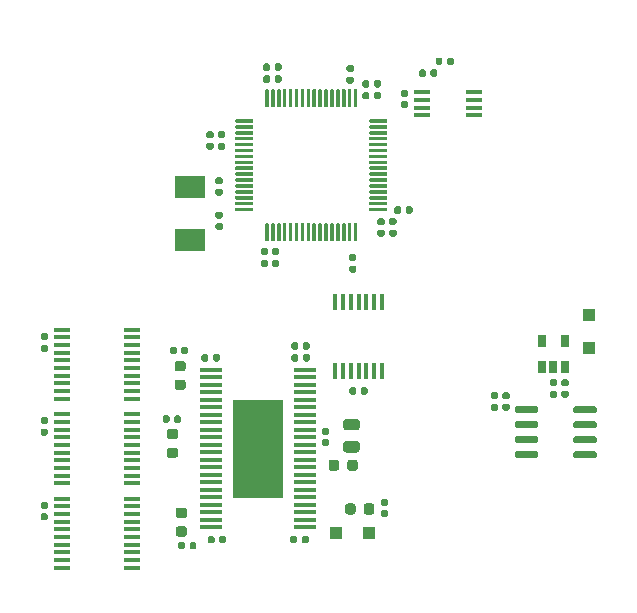
<source format=gbr>
G04 #@! TF.GenerationSoftware,KiCad,Pcbnew,5.99.0-unknown-dd374e12a~102~ubuntu20.04.1*
G04 #@! TF.CreationDate,2020-12-05T09:27:28-08:00*
G04 #@! TF.ProjectId,BLDC,424c4443-2e6b-4696-9361-645f70636258,rev?*
G04 #@! TF.SameCoordinates,Original*
G04 #@! TF.FileFunction,Paste,Bot*
G04 #@! TF.FilePolarity,Positive*
%FSLAX46Y46*%
G04 Gerber Fmt 4.6, Leading zero omitted, Abs format (unit mm)*
G04 Created by KiCad (PCBNEW 5.99.0-unknown-dd374e12a~102~ubuntu20.04.1) date 2020-12-05 09:27:28*
%MOMM*%
%LPD*%
G01*
G04 APERTURE LIST*
%ADD10R,0.650000X1.060000*%
%ADD11R,0.450000X1.450000*%
%ADD12R,1.900000X0.300000*%
%ADD13R,4.300000X8.300000*%
%ADD14R,1.450000X0.450000*%
%ADD15R,1.100000X1.100000*%
%ADD16R,2.600000X1.900000*%
G04 APERTURE END LIST*
G36*
G01*
X164827500Y-108620000D02*
X165172500Y-108620000D01*
G75*
G02*
X165320000Y-108767500I0J-147500D01*
G01*
X165320000Y-109062500D01*
G75*
G02*
X165172500Y-109210000I-147500J0D01*
G01*
X164827500Y-109210000D01*
G75*
G02*
X164680000Y-109062500I0J147500D01*
G01*
X164680000Y-108767500D01*
G75*
G02*
X164827500Y-108620000I147500J0D01*
G01*
G37*
G36*
G01*
X164827500Y-109590000D02*
X165172500Y-109590000D01*
G75*
G02*
X165320000Y-109737500I0J-147500D01*
G01*
X165320000Y-110032500D01*
G75*
G02*
X165172500Y-110180000I-147500J0D01*
G01*
X164827500Y-110180000D01*
G75*
G02*
X164680000Y-110032500I0J147500D01*
G01*
X164680000Y-109737500D01*
G75*
G02*
X164827500Y-109590000I147500J0D01*
G01*
G37*
G36*
G01*
X166172500Y-110180000D02*
X165827500Y-110180000D01*
G75*
G02*
X165680000Y-110032500I0J147500D01*
G01*
X165680000Y-109737500D01*
G75*
G02*
X165827500Y-109590000I147500J0D01*
G01*
X166172500Y-109590000D01*
G75*
G02*
X166320000Y-109737500I0J-147500D01*
G01*
X166320000Y-110032500D01*
G75*
G02*
X166172500Y-110180000I-147500J0D01*
G01*
G37*
G36*
G01*
X166172500Y-109210000D02*
X165827500Y-109210000D01*
G75*
G02*
X165680000Y-109062500I0J147500D01*
G01*
X165680000Y-108767500D01*
G75*
G02*
X165827500Y-108620000I147500J0D01*
G01*
X166172500Y-108620000D01*
G75*
G02*
X166320000Y-108767500I0J-147500D01*
G01*
X166320000Y-109062500D01*
G75*
G02*
X166172500Y-109210000I-147500J0D01*
G01*
G37*
G36*
G01*
X151572500Y-96530000D02*
X151227500Y-96530000D01*
G75*
G02*
X151080000Y-96382500I0J147500D01*
G01*
X151080000Y-96087500D01*
G75*
G02*
X151227500Y-95940000I147500J0D01*
G01*
X151572500Y-95940000D01*
G75*
G02*
X151720000Y-96087500I0J-147500D01*
G01*
X151720000Y-96382500D01*
G75*
G02*
X151572500Y-96530000I-147500J0D01*
G01*
G37*
G36*
G01*
X151572500Y-95560000D02*
X151227500Y-95560000D01*
G75*
G02*
X151080000Y-95412500I0J147500D01*
G01*
X151080000Y-95117500D01*
G75*
G02*
X151227500Y-94970000I147500J0D01*
G01*
X151572500Y-94970000D01*
G75*
G02*
X151720000Y-95117500I0J-147500D01*
G01*
X151720000Y-95412500D01*
G75*
G02*
X151572500Y-95560000I-147500J0D01*
G01*
G37*
D10*
X165950000Y-107600000D03*
X165000000Y-107600000D03*
X164050000Y-107600000D03*
X164050000Y-105400000D03*
X165950000Y-105400000D03*
D11*
X146550000Y-102050000D03*
X147200000Y-102050000D03*
X147850000Y-102050000D03*
X148500000Y-102050000D03*
X149150000Y-102050000D03*
X149800000Y-102050000D03*
X150450000Y-102050000D03*
X150450000Y-107950000D03*
X149800000Y-107950000D03*
X149150000Y-107950000D03*
X148500000Y-107950000D03*
X147850000Y-107950000D03*
X147200000Y-107950000D03*
X146550000Y-107950000D03*
G36*
G01*
X132520000Y-106372500D02*
X132520000Y-106027500D01*
G75*
G02*
X132667500Y-105880000I147500J0D01*
G01*
X132962500Y-105880000D01*
G75*
G02*
X133110000Y-106027500I0J-147500D01*
G01*
X133110000Y-106372500D01*
G75*
G02*
X132962500Y-106520000I-147500J0D01*
G01*
X132667500Y-106520000D01*
G75*
G02*
X132520000Y-106372500I0J147500D01*
G01*
G37*
G36*
G01*
X133490000Y-106372500D02*
X133490000Y-106027500D01*
G75*
G02*
X133637500Y-105880000I147500J0D01*
G01*
X133932500Y-105880000D01*
G75*
G02*
X134080000Y-106027500I0J-147500D01*
G01*
X134080000Y-106372500D01*
G75*
G02*
X133932500Y-106520000I-147500J0D01*
G01*
X133637500Y-106520000D01*
G75*
G02*
X133490000Y-106372500I0J147500D01*
G01*
G37*
G36*
G01*
X133756250Y-121937500D02*
X133243750Y-121937500D01*
G75*
G02*
X133025000Y-121718750I0J218750D01*
G01*
X133025000Y-121281250D01*
G75*
G02*
X133243750Y-121062500I218750J0D01*
G01*
X133756250Y-121062500D01*
G75*
G02*
X133975000Y-121281250I0J-218750D01*
G01*
X133975000Y-121718750D01*
G75*
G02*
X133756250Y-121937500I-218750J0D01*
G01*
G37*
G36*
G01*
X133756250Y-120362500D02*
X133243750Y-120362500D01*
G75*
G02*
X133025000Y-120143750I0J218750D01*
G01*
X133025000Y-119706250D01*
G75*
G02*
X133243750Y-119487500I218750J0D01*
G01*
X133756250Y-119487500D01*
G75*
G02*
X133975000Y-119706250I0J-218750D01*
G01*
X133975000Y-120143750D01*
G75*
G02*
X133756250Y-120362500I-218750J0D01*
G01*
G37*
D12*
X144000000Y-107832500D03*
X144000000Y-108467500D03*
X144000000Y-109102500D03*
X144000000Y-109737500D03*
X144000000Y-110372500D03*
X144000000Y-111007500D03*
X144000000Y-111642500D03*
X144000000Y-112277500D03*
X144000000Y-112912500D03*
X144000000Y-113547500D03*
X144000000Y-114182500D03*
X144000000Y-114817500D03*
X144000000Y-115452500D03*
X144000000Y-116087500D03*
X144000000Y-116722500D03*
X144000000Y-117357500D03*
X144000000Y-117992500D03*
X144000000Y-118627500D03*
X144000000Y-119262500D03*
X144000000Y-119897500D03*
X144000000Y-120532500D03*
X144000000Y-121167500D03*
X136000000Y-121167500D03*
X136000000Y-120532500D03*
X136000000Y-119897500D03*
X136000000Y-119262500D03*
X136000000Y-118627500D03*
X136000000Y-117992500D03*
X136000000Y-117357500D03*
X136000000Y-116722500D03*
X136000000Y-116087500D03*
X136000000Y-115452500D03*
X136000000Y-114817500D03*
X136000000Y-114182500D03*
X136000000Y-113547500D03*
X136000000Y-112912500D03*
X136000000Y-112277500D03*
X136000000Y-111642500D03*
X136000000Y-111007500D03*
X136000000Y-110372500D03*
X136000000Y-109737500D03*
X136000000Y-109102500D03*
X136000000Y-108467500D03*
X136000000Y-107832500D03*
D13*
X140000000Y-114500000D03*
G36*
G01*
X137280000Y-122027500D02*
X137280000Y-122372500D01*
G75*
G02*
X137132500Y-122520000I-147500J0D01*
G01*
X136837500Y-122520000D01*
G75*
G02*
X136690000Y-122372500I0J147500D01*
G01*
X136690000Y-122027500D01*
G75*
G02*
X136837500Y-121880000I147500J0D01*
G01*
X137132500Y-121880000D01*
G75*
G02*
X137280000Y-122027500I0J-147500D01*
G01*
G37*
G36*
G01*
X136310000Y-122027500D02*
X136310000Y-122372500D01*
G75*
G02*
X136162500Y-122520000I-147500J0D01*
G01*
X135867500Y-122520000D01*
G75*
G02*
X135720000Y-122372500I0J147500D01*
G01*
X135720000Y-122027500D01*
G75*
G02*
X135867500Y-121880000I147500J0D01*
G01*
X136162500Y-121880000D01*
G75*
G02*
X136310000Y-122027500I0J-147500D01*
G01*
G37*
G36*
G01*
X133220000Y-122872500D02*
X133220000Y-122527500D01*
G75*
G02*
X133367500Y-122380000I147500J0D01*
G01*
X133662500Y-122380000D01*
G75*
G02*
X133810000Y-122527500I0J-147500D01*
G01*
X133810000Y-122872500D01*
G75*
G02*
X133662500Y-123020000I-147500J0D01*
G01*
X133367500Y-123020000D01*
G75*
G02*
X133220000Y-122872500I0J147500D01*
G01*
G37*
G36*
G01*
X134190000Y-122872500D02*
X134190000Y-122527500D01*
G75*
G02*
X134337500Y-122380000I147500J0D01*
G01*
X134632500Y-122380000D01*
G75*
G02*
X134780000Y-122527500I0J-147500D01*
G01*
X134780000Y-122872500D01*
G75*
G02*
X134632500Y-123020000I-147500J0D01*
G01*
X134337500Y-123020000D01*
G75*
G02*
X134190000Y-122872500I0J147500D01*
G01*
G37*
G36*
G01*
X122072500Y-106280000D02*
X121727500Y-106280000D01*
G75*
G02*
X121580000Y-106132500I0J147500D01*
G01*
X121580000Y-105837500D01*
G75*
G02*
X121727500Y-105690000I147500J0D01*
G01*
X122072500Y-105690000D01*
G75*
G02*
X122220000Y-105837500I0J-147500D01*
G01*
X122220000Y-106132500D01*
G75*
G02*
X122072500Y-106280000I-147500J0D01*
G01*
G37*
G36*
G01*
X122072500Y-105310000D02*
X121727500Y-105310000D01*
G75*
G02*
X121580000Y-105162500I0J147500D01*
G01*
X121580000Y-104867500D01*
G75*
G02*
X121727500Y-104720000I147500J0D01*
G01*
X122072500Y-104720000D01*
G75*
G02*
X122220000Y-104867500I0J-147500D01*
G01*
X122220000Y-105162500D01*
G75*
G02*
X122072500Y-105310000I-147500J0D01*
G01*
G37*
G36*
G01*
X148425000Y-115643750D02*
X148425000Y-116156250D01*
G75*
G02*
X148206250Y-116375000I-218750J0D01*
G01*
X147768750Y-116375000D01*
G75*
G02*
X147550000Y-116156250I0J218750D01*
G01*
X147550000Y-115643750D01*
G75*
G02*
X147768750Y-115425000I218750J0D01*
G01*
X148206250Y-115425000D01*
G75*
G02*
X148425000Y-115643750I0J-218750D01*
G01*
G37*
G36*
G01*
X146850000Y-115643750D02*
X146850000Y-116156250D01*
G75*
G02*
X146631250Y-116375000I-218750J0D01*
G01*
X146193750Y-116375000D01*
G75*
G02*
X145975000Y-116156250I0J218750D01*
G01*
X145975000Y-115643750D01*
G75*
G02*
X146193750Y-115425000I218750J0D01*
G01*
X146631250Y-115425000D01*
G75*
G02*
X146850000Y-115643750I0J-218750D01*
G01*
G37*
G36*
G01*
X150395000Y-83427500D02*
X150395000Y-83772500D01*
G75*
G02*
X150247500Y-83920000I-147500J0D01*
G01*
X149952500Y-83920000D01*
G75*
G02*
X149805000Y-83772500I0J147500D01*
G01*
X149805000Y-83427500D01*
G75*
G02*
X149952500Y-83280000I147500J0D01*
G01*
X150247500Y-83280000D01*
G75*
G02*
X150395000Y-83427500I0J-147500D01*
G01*
G37*
G36*
G01*
X149425000Y-83427500D02*
X149425000Y-83772500D01*
G75*
G02*
X149277500Y-83920000I-147500J0D01*
G01*
X148982500Y-83920000D01*
G75*
G02*
X148835000Y-83772500I0J147500D01*
G01*
X148835000Y-83427500D01*
G75*
G02*
X148982500Y-83280000I147500J0D01*
G01*
X149277500Y-83280000D01*
G75*
G02*
X149425000Y-83427500I0J-147500D01*
G01*
G37*
G36*
G01*
X168650000Y-111045000D02*
X168650000Y-111345000D01*
G75*
G02*
X168500000Y-111495000I-150000J0D01*
G01*
X166850000Y-111495000D01*
G75*
G02*
X166700000Y-111345000I0J150000D01*
G01*
X166700000Y-111045000D01*
G75*
G02*
X166850000Y-110895000I150000J0D01*
G01*
X168500000Y-110895000D01*
G75*
G02*
X168650000Y-111045000I0J-150000D01*
G01*
G37*
G36*
G01*
X168650000Y-112315000D02*
X168650000Y-112615000D01*
G75*
G02*
X168500000Y-112765000I-150000J0D01*
G01*
X166850000Y-112765000D01*
G75*
G02*
X166700000Y-112615000I0J150000D01*
G01*
X166700000Y-112315000D01*
G75*
G02*
X166850000Y-112165000I150000J0D01*
G01*
X168500000Y-112165000D01*
G75*
G02*
X168650000Y-112315000I0J-150000D01*
G01*
G37*
G36*
G01*
X168650000Y-113585000D02*
X168650000Y-113885000D01*
G75*
G02*
X168500000Y-114035000I-150000J0D01*
G01*
X166850000Y-114035000D01*
G75*
G02*
X166700000Y-113885000I0J150000D01*
G01*
X166700000Y-113585000D01*
G75*
G02*
X166850000Y-113435000I150000J0D01*
G01*
X168500000Y-113435000D01*
G75*
G02*
X168650000Y-113585000I0J-150000D01*
G01*
G37*
G36*
G01*
X168650000Y-114855000D02*
X168650000Y-115155000D01*
G75*
G02*
X168500000Y-115305000I-150000J0D01*
G01*
X166850000Y-115305000D01*
G75*
G02*
X166700000Y-115155000I0J150000D01*
G01*
X166700000Y-114855000D01*
G75*
G02*
X166850000Y-114705000I150000J0D01*
G01*
X168500000Y-114705000D01*
G75*
G02*
X168650000Y-114855000I0J-150000D01*
G01*
G37*
G36*
G01*
X163700000Y-114855000D02*
X163700000Y-115155000D01*
G75*
G02*
X163550000Y-115305000I-150000J0D01*
G01*
X161900000Y-115305000D01*
G75*
G02*
X161750000Y-115155000I0J150000D01*
G01*
X161750000Y-114855000D01*
G75*
G02*
X161900000Y-114705000I150000J0D01*
G01*
X163550000Y-114705000D01*
G75*
G02*
X163700000Y-114855000I0J-150000D01*
G01*
G37*
G36*
G01*
X163700000Y-113585000D02*
X163700000Y-113885000D01*
G75*
G02*
X163550000Y-114035000I-150000J0D01*
G01*
X161900000Y-114035000D01*
G75*
G02*
X161750000Y-113885000I0J150000D01*
G01*
X161750000Y-113585000D01*
G75*
G02*
X161900000Y-113435000I150000J0D01*
G01*
X163550000Y-113435000D01*
G75*
G02*
X163700000Y-113585000I0J-150000D01*
G01*
G37*
G36*
G01*
X163700000Y-112315000D02*
X163700000Y-112615000D01*
G75*
G02*
X163550000Y-112765000I-150000J0D01*
G01*
X161900000Y-112765000D01*
G75*
G02*
X161750000Y-112615000I0J150000D01*
G01*
X161750000Y-112315000D01*
G75*
G02*
X161900000Y-112165000I150000J0D01*
G01*
X163550000Y-112165000D01*
G75*
G02*
X163700000Y-112315000I0J-150000D01*
G01*
G37*
G36*
G01*
X163700000Y-111045000D02*
X163700000Y-111345000D01*
G75*
G02*
X163550000Y-111495000I-150000J0D01*
G01*
X161900000Y-111495000D01*
G75*
G02*
X161750000Y-111345000I0J150000D01*
G01*
X161750000Y-111045000D01*
G75*
G02*
X161900000Y-110895000I150000J0D01*
G01*
X163550000Y-110895000D01*
G75*
G02*
X163700000Y-111045000I0J-150000D01*
G01*
G37*
G36*
G01*
X137080000Y-89180000D02*
X136735000Y-89180000D01*
G75*
G02*
X136587500Y-89032500I0J147500D01*
G01*
X136587500Y-88737500D01*
G75*
G02*
X136735000Y-88590000I147500J0D01*
G01*
X137080000Y-88590000D01*
G75*
G02*
X137227500Y-88737500I0J-147500D01*
G01*
X137227500Y-89032500D01*
G75*
G02*
X137080000Y-89180000I-147500J0D01*
G01*
G37*
G36*
G01*
X137080000Y-88210000D02*
X136735000Y-88210000D01*
G75*
G02*
X136587500Y-88062500I0J147500D01*
G01*
X136587500Y-87767500D01*
G75*
G02*
X136735000Y-87620000I147500J0D01*
G01*
X137080000Y-87620000D01*
G75*
G02*
X137227500Y-87767500I0J-147500D01*
G01*
X137227500Y-88062500D01*
G75*
G02*
X137080000Y-88210000I-147500J0D01*
G01*
G37*
G36*
G01*
X136080000Y-89180000D02*
X135735000Y-89180000D01*
G75*
G02*
X135587500Y-89032500I0J147500D01*
G01*
X135587500Y-88737500D01*
G75*
G02*
X135735000Y-88590000I147500J0D01*
G01*
X136080000Y-88590000D01*
G75*
G02*
X136227500Y-88737500I0J-147500D01*
G01*
X136227500Y-89032500D01*
G75*
G02*
X136080000Y-89180000I-147500J0D01*
G01*
G37*
G36*
G01*
X136080000Y-88210000D02*
X135735000Y-88210000D01*
G75*
G02*
X135587500Y-88062500I0J147500D01*
G01*
X135587500Y-87767500D01*
G75*
G02*
X135735000Y-87620000I147500J0D01*
G01*
X136080000Y-87620000D01*
G75*
G02*
X136227500Y-87767500I0J-147500D01*
G01*
X136227500Y-88062500D01*
G75*
G02*
X136080000Y-88210000I-147500J0D01*
G01*
G37*
G36*
G01*
X148172500Y-99580000D02*
X147827500Y-99580000D01*
G75*
G02*
X147680000Y-99432500I0J147500D01*
G01*
X147680000Y-99137500D01*
G75*
G02*
X147827500Y-98990000I147500J0D01*
G01*
X148172500Y-98990000D01*
G75*
G02*
X148320000Y-99137500I0J-147500D01*
G01*
X148320000Y-99432500D01*
G75*
G02*
X148172500Y-99580000I-147500J0D01*
G01*
G37*
G36*
G01*
X148172500Y-98610000D02*
X147827500Y-98610000D01*
G75*
G02*
X147680000Y-98462500I0J147500D01*
G01*
X147680000Y-98167500D01*
G75*
G02*
X147827500Y-98020000I147500J0D01*
G01*
X148172500Y-98020000D01*
G75*
G02*
X148320000Y-98167500I0J-147500D01*
G01*
X148320000Y-98462500D01*
G75*
G02*
X148172500Y-98610000I-147500J0D01*
G01*
G37*
G36*
G01*
X150395000Y-84427500D02*
X150395000Y-84772500D01*
G75*
G02*
X150247500Y-84920000I-147500J0D01*
G01*
X149952500Y-84920000D01*
G75*
G02*
X149805000Y-84772500I0J147500D01*
G01*
X149805000Y-84427500D01*
G75*
G02*
X149952500Y-84280000I147500J0D01*
G01*
X150247500Y-84280000D01*
G75*
G02*
X150395000Y-84427500I0J-147500D01*
G01*
G37*
G36*
G01*
X149425000Y-84427500D02*
X149425000Y-84772500D01*
G75*
G02*
X149277500Y-84920000I-147500J0D01*
G01*
X148982500Y-84920000D01*
G75*
G02*
X148835000Y-84772500I0J147500D01*
G01*
X148835000Y-84427500D01*
G75*
G02*
X148982500Y-84280000I147500J0D01*
G01*
X149277500Y-84280000D01*
G75*
G02*
X149425000Y-84427500I0J-147500D01*
G01*
G37*
G36*
G01*
X150572500Y-96530000D02*
X150227500Y-96530000D01*
G75*
G02*
X150080000Y-96382500I0J147500D01*
G01*
X150080000Y-96087500D01*
G75*
G02*
X150227500Y-95940000I147500J0D01*
G01*
X150572500Y-95940000D01*
G75*
G02*
X150720000Y-96087500I0J-147500D01*
G01*
X150720000Y-96382500D01*
G75*
G02*
X150572500Y-96530000I-147500J0D01*
G01*
G37*
G36*
G01*
X150572500Y-95560000D02*
X150227500Y-95560000D01*
G75*
G02*
X150080000Y-95412500I0J147500D01*
G01*
X150080000Y-95117500D01*
G75*
G02*
X150227500Y-94970000I147500J0D01*
G01*
X150572500Y-94970000D01*
G75*
G02*
X150720000Y-95117500I0J-147500D01*
G01*
X150720000Y-95412500D01*
G75*
G02*
X150572500Y-95560000I-147500J0D01*
G01*
G37*
G36*
G01*
X141780000Y-98627500D02*
X141780000Y-98972500D01*
G75*
G02*
X141632500Y-99120000I-147500J0D01*
G01*
X141337500Y-99120000D01*
G75*
G02*
X141190000Y-98972500I0J147500D01*
G01*
X141190000Y-98627500D01*
G75*
G02*
X141337500Y-98480000I147500J0D01*
G01*
X141632500Y-98480000D01*
G75*
G02*
X141780000Y-98627500I0J-147500D01*
G01*
G37*
G36*
G01*
X140810000Y-98627500D02*
X140810000Y-98972500D01*
G75*
G02*
X140662500Y-99120000I-147500J0D01*
G01*
X140367500Y-99120000D01*
G75*
G02*
X140220000Y-98972500I0J147500D01*
G01*
X140220000Y-98627500D01*
G75*
G02*
X140367500Y-98480000I147500J0D01*
G01*
X140662500Y-98480000D01*
G75*
G02*
X140810000Y-98627500I0J-147500D01*
G01*
G37*
G36*
G01*
X141780000Y-97627500D02*
X141780000Y-97972500D01*
G75*
G02*
X141632500Y-98120000I-147500J0D01*
G01*
X141337500Y-98120000D01*
G75*
G02*
X141190000Y-97972500I0J147500D01*
G01*
X141190000Y-97627500D01*
G75*
G02*
X141337500Y-97480000I147500J0D01*
G01*
X141632500Y-97480000D01*
G75*
G02*
X141780000Y-97627500I0J-147500D01*
G01*
G37*
G36*
G01*
X140810000Y-97627500D02*
X140810000Y-97972500D01*
G75*
G02*
X140662500Y-98120000I-147500J0D01*
G01*
X140367500Y-98120000D01*
G75*
G02*
X140220000Y-97972500I0J147500D01*
G01*
X140220000Y-97627500D01*
G75*
G02*
X140367500Y-97480000I147500J0D01*
G01*
X140662500Y-97480000D01*
G75*
G02*
X140810000Y-97627500I0J-147500D01*
G01*
G37*
G36*
G01*
X140420000Y-82372500D02*
X140420000Y-82027500D01*
G75*
G02*
X140567500Y-81880000I147500J0D01*
G01*
X140862500Y-81880000D01*
G75*
G02*
X141010000Y-82027500I0J-147500D01*
G01*
X141010000Y-82372500D01*
G75*
G02*
X140862500Y-82520000I-147500J0D01*
G01*
X140567500Y-82520000D01*
G75*
G02*
X140420000Y-82372500I0J147500D01*
G01*
G37*
G36*
G01*
X141390000Y-82372500D02*
X141390000Y-82027500D01*
G75*
G02*
X141537500Y-81880000I147500J0D01*
G01*
X141832500Y-81880000D01*
G75*
G02*
X141980000Y-82027500I0J-147500D01*
G01*
X141980000Y-82372500D01*
G75*
G02*
X141832500Y-82520000I-147500J0D01*
G01*
X141537500Y-82520000D01*
G75*
G02*
X141390000Y-82372500I0J147500D01*
G01*
G37*
G36*
G01*
X140420000Y-83372500D02*
X140420000Y-83027500D01*
G75*
G02*
X140567500Y-82880000I147500J0D01*
G01*
X140862500Y-82880000D01*
G75*
G02*
X141010000Y-83027500I0J-147500D01*
G01*
X141010000Y-83372500D01*
G75*
G02*
X140862500Y-83520000I-147500J0D01*
G01*
X140567500Y-83520000D01*
G75*
G02*
X140420000Y-83372500I0J147500D01*
G01*
G37*
G36*
G01*
X141390000Y-83372500D02*
X141390000Y-83027500D01*
G75*
G02*
X141537500Y-82880000I147500J0D01*
G01*
X141832500Y-82880000D01*
G75*
G02*
X141980000Y-83027500I0J-147500D01*
G01*
X141980000Y-83372500D01*
G75*
G02*
X141832500Y-83520000I-147500J0D01*
G01*
X141537500Y-83520000D01*
G75*
G02*
X141390000Y-83372500I0J147500D01*
G01*
G37*
G36*
G01*
X138050000Y-94325000D02*
X138050000Y-94175000D01*
G75*
G02*
X138125000Y-94100000I75000J0D01*
G01*
X139525000Y-94100000D01*
G75*
G02*
X139600000Y-94175000I0J-75000D01*
G01*
X139600000Y-94325000D01*
G75*
G02*
X139525000Y-94400000I-75000J0D01*
G01*
X138125000Y-94400000D01*
G75*
G02*
X138050000Y-94325000I0J75000D01*
G01*
G37*
G36*
G01*
X138050000Y-93825000D02*
X138050000Y-93675000D01*
G75*
G02*
X138125000Y-93600000I75000J0D01*
G01*
X139525000Y-93600000D01*
G75*
G02*
X139600000Y-93675000I0J-75000D01*
G01*
X139600000Y-93825000D01*
G75*
G02*
X139525000Y-93900000I-75000J0D01*
G01*
X138125000Y-93900000D01*
G75*
G02*
X138050000Y-93825000I0J75000D01*
G01*
G37*
G36*
G01*
X138050000Y-93325000D02*
X138050000Y-93175000D01*
G75*
G02*
X138125000Y-93100000I75000J0D01*
G01*
X139525000Y-93100000D01*
G75*
G02*
X139600000Y-93175000I0J-75000D01*
G01*
X139600000Y-93325000D01*
G75*
G02*
X139525000Y-93400000I-75000J0D01*
G01*
X138125000Y-93400000D01*
G75*
G02*
X138050000Y-93325000I0J75000D01*
G01*
G37*
G36*
G01*
X138050000Y-92825000D02*
X138050000Y-92675000D01*
G75*
G02*
X138125000Y-92600000I75000J0D01*
G01*
X139525000Y-92600000D01*
G75*
G02*
X139600000Y-92675000I0J-75000D01*
G01*
X139600000Y-92825000D01*
G75*
G02*
X139525000Y-92900000I-75000J0D01*
G01*
X138125000Y-92900000D01*
G75*
G02*
X138050000Y-92825000I0J75000D01*
G01*
G37*
G36*
G01*
X138050000Y-92325000D02*
X138050000Y-92175000D01*
G75*
G02*
X138125000Y-92100000I75000J0D01*
G01*
X139525000Y-92100000D01*
G75*
G02*
X139600000Y-92175000I0J-75000D01*
G01*
X139600000Y-92325000D01*
G75*
G02*
X139525000Y-92400000I-75000J0D01*
G01*
X138125000Y-92400000D01*
G75*
G02*
X138050000Y-92325000I0J75000D01*
G01*
G37*
G36*
G01*
X138050000Y-91825000D02*
X138050000Y-91675000D01*
G75*
G02*
X138125000Y-91600000I75000J0D01*
G01*
X139525000Y-91600000D01*
G75*
G02*
X139600000Y-91675000I0J-75000D01*
G01*
X139600000Y-91825000D01*
G75*
G02*
X139525000Y-91900000I-75000J0D01*
G01*
X138125000Y-91900000D01*
G75*
G02*
X138050000Y-91825000I0J75000D01*
G01*
G37*
G36*
G01*
X138050000Y-91325000D02*
X138050000Y-91175000D01*
G75*
G02*
X138125000Y-91100000I75000J0D01*
G01*
X139525000Y-91100000D01*
G75*
G02*
X139600000Y-91175000I0J-75000D01*
G01*
X139600000Y-91325000D01*
G75*
G02*
X139525000Y-91400000I-75000J0D01*
G01*
X138125000Y-91400000D01*
G75*
G02*
X138050000Y-91325000I0J75000D01*
G01*
G37*
G36*
G01*
X138050000Y-90825000D02*
X138050000Y-90675000D01*
G75*
G02*
X138125000Y-90600000I75000J0D01*
G01*
X139525000Y-90600000D01*
G75*
G02*
X139600000Y-90675000I0J-75000D01*
G01*
X139600000Y-90825000D01*
G75*
G02*
X139525000Y-90900000I-75000J0D01*
G01*
X138125000Y-90900000D01*
G75*
G02*
X138050000Y-90825000I0J75000D01*
G01*
G37*
G36*
G01*
X138050000Y-90325000D02*
X138050000Y-90175000D01*
G75*
G02*
X138125000Y-90100000I75000J0D01*
G01*
X139525000Y-90100000D01*
G75*
G02*
X139600000Y-90175000I0J-75000D01*
G01*
X139600000Y-90325000D01*
G75*
G02*
X139525000Y-90400000I-75000J0D01*
G01*
X138125000Y-90400000D01*
G75*
G02*
X138050000Y-90325000I0J75000D01*
G01*
G37*
G36*
G01*
X138050000Y-89825000D02*
X138050000Y-89675000D01*
G75*
G02*
X138125000Y-89600000I75000J0D01*
G01*
X139525000Y-89600000D01*
G75*
G02*
X139600000Y-89675000I0J-75000D01*
G01*
X139600000Y-89825000D01*
G75*
G02*
X139525000Y-89900000I-75000J0D01*
G01*
X138125000Y-89900000D01*
G75*
G02*
X138050000Y-89825000I0J75000D01*
G01*
G37*
G36*
G01*
X138050000Y-89325000D02*
X138050000Y-89175000D01*
G75*
G02*
X138125000Y-89100000I75000J0D01*
G01*
X139525000Y-89100000D01*
G75*
G02*
X139600000Y-89175000I0J-75000D01*
G01*
X139600000Y-89325000D01*
G75*
G02*
X139525000Y-89400000I-75000J0D01*
G01*
X138125000Y-89400000D01*
G75*
G02*
X138050000Y-89325000I0J75000D01*
G01*
G37*
G36*
G01*
X138050000Y-88825000D02*
X138050000Y-88675000D01*
G75*
G02*
X138125000Y-88600000I75000J0D01*
G01*
X139525000Y-88600000D01*
G75*
G02*
X139600000Y-88675000I0J-75000D01*
G01*
X139600000Y-88825000D01*
G75*
G02*
X139525000Y-88900000I-75000J0D01*
G01*
X138125000Y-88900000D01*
G75*
G02*
X138050000Y-88825000I0J75000D01*
G01*
G37*
G36*
G01*
X138050000Y-88325000D02*
X138050000Y-88175000D01*
G75*
G02*
X138125000Y-88100000I75000J0D01*
G01*
X139525000Y-88100000D01*
G75*
G02*
X139600000Y-88175000I0J-75000D01*
G01*
X139600000Y-88325000D01*
G75*
G02*
X139525000Y-88400000I-75000J0D01*
G01*
X138125000Y-88400000D01*
G75*
G02*
X138050000Y-88325000I0J75000D01*
G01*
G37*
G36*
G01*
X138050000Y-87825000D02*
X138050000Y-87675000D01*
G75*
G02*
X138125000Y-87600000I75000J0D01*
G01*
X139525000Y-87600000D01*
G75*
G02*
X139600000Y-87675000I0J-75000D01*
G01*
X139600000Y-87825000D01*
G75*
G02*
X139525000Y-87900000I-75000J0D01*
G01*
X138125000Y-87900000D01*
G75*
G02*
X138050000Y-87825000I0J75000D01*
G01*
G37*
G36*
G01*
X138050000Y-87325000D02*
X138050000Y-87175000D01*
G75*
G02*
X138125000Y-87100000I75000J0D01*
G01*
X139525000Y-87100000D01*
G75*
G02*
X139600000Y-87175000I0J-75000D01*
G01*
X139600000Y-87325000D01*
G75*
G02*
X139525000Y-87400000I-75000J0D01*
G01*
X138125000Y-87400000D01*
G75*
G02*
X138050000Y-87325000I0J75000D01*
G01*
G37*
G36*
G01*
X138050000Y-86825000D02*
X138050000Y-86675000D01*
G75*
G02*
X138125000Y-86600000I75000J0D01*
G01*
X139525000Y-86600000D01*
G75*
G02*
X139600000Y-86675000I0J-75000D01*
G01*
X139600000Y-86825000D01*
G75*
G02*
X139525000Y-86900000I-75000J0D01*
G01*
X138125000Y-86900000D01*
G75*
G02*
X138050000Y-86825000I0J75000D01*
G01*
G37*
G36*
G01*
X140600000Y-85525000D02*
X140600000Y-84125000D01*
G75*
G02*
X140675000Y-84050000I75000J0D01*
G01*
X140825000Y-84050000D01*
G75*
G02*
X140900000Y-84125000I0J-75000D01*
G01*
X140900000Y-85525000D01*
G75*
G02*
X140825000Y-85600000I-75000J0D01*
G01*
X140675000Y-85600000D01*
G75*
G02*
X140600000Y-85525000I0J75000D01*
G01*
G37*
G36*
G01*
X141100000Y-85525000D02*
X141100000Y-84125000D01*
G75*
G02*
X141175000Y-84050000I75000J0D01*
G01*
X141325000Y-84050000D01*
G75*
G02*
X141400000Y-84125000I0J-75000D01*
G01*
X141400000Y-85525000D01*
G75*
G02*
X141325000Y-85600000I-75000J0D01*
G01*
X141175000Y-85600000D01*
G75*
G02*
X141100000Y-85525000I0J75000D01*
G01*
G37*
G36*
G01*
X141600000Y-85525000D02*
X141600000Y-84125000D01*
G75*
G02*
X141675000Y-84050000I75000J0D01*
G01*
X141825000Y-84050000D01*
G75*
G02*
X141900000Y-84125000I0J-75000D01*
G01*
X141900000Y-85525000D01*
G75*
G02*
X141825000Y-85600000I-75000J0D01*
G01*
X141675000Y-85600000D01*
G75*
G02*
X141600000Y-85525000I0J75000D01*
G01*
G37*
G36*
G01*
X142100000Y-85525000D02*
X142100000Y-84125000D01*
G75*
G02*
X142175000Y-84050000I75000J0D01*
G01*
X142325000Y-84050000D01*
G75*
G02*
X142400000Y-84125000I0J-75000D01*
G01*
X142400000Y-85525000D01*
G75*
G02*
X142325000Y-85600000I-75000J0D01*
G01*
X142175000Y-85600000D01*
G75*
G02*
X142100000Y-85525000I0J75000D01*
G01*
G37*
G36*
G01*
X142600000Y-85525000D02*
X142600000Y-84125000D01*
G75*
G02*
X142675000Y-84050000I75000J0D01*
G01*
X142825000Y-84050000D01*
G75*
G02*
X142900000Y-84125000I0J-75000D01*
G01*
X142900000Y-85525000D01*
G75*
G02*
X142825000Y-85600000I-75000J0D01*
G01*
X142675000Y-85600000D01*
G75*
G02*
X142600000Y-85525000I0J75000D01*
G01*
G37*
G36*
G01*
X143100000Y-85525000D02*
X143100000Y-84125000D01*
G75*
G02*
X143175000Y-84050000I75000J0D01*
G01*
X143325000Y-84050000D01*
G75*
G02*
X143400000Y-84125000I0J-75000D01*
G01*
X143400000Y-85525000D01*
G75*
G02*
X143325000Y-85600000I-75000J0D01*
G01*
X143175000Y-85600000D01*
G75*
G02*
X143100000Y-85525000I0J75000D01*
G01*
G37*
G36*
G01*
X143600000Y-85525000D02*
X143600000Y-84125000D01*
G75*
G02*
X143675000Y-84050000I75000J0D01*
G01*
X143825000Y-84050000D01*
G75*
G02*
X143900000Y-84125000I0J-75000D01*
G01*
X143900000Y-85525000D01*
G75*
G02*
X143825000Y-85600000I-75000J0D01*
G01*
X143675000Y-85600000D01*
G75*
G02*
X143600000Y-85525000I0J75000D01*
G01*
G37*
G36*
G01*
X144100000Y-85525000D02*
X144100000Y-84125000D01*
G75*
G02*
X144175000Y-84050000I75000J0D01*
G01*
X144325000Y-84050000D01*
G75*
G02*
X144400000Y-84125000I0J-75000D01*
G01*
X144400000Y-85525000D01*
G75*
G02*
X144325000Y-85600000I-75000J0D01*
G01*
X144175000Y-85600000D01*
G75*
G02*
X144100000Y-85525000I0J75000D01*
G01*
G37*
G36*
G01*
X144600000Y-85525000D02*
X144600000Y-84125000D01*
G75*
G02*
X144675000Y-84050000I75000J0D01*
G01*
X144825000Y-84050000D01*
G75*
G02*
X144900000Y-84125000I0J-75000D01*
G01*
X144900000Y-85525000D01*
G75*
G02*
X144825000Y-85600000I-75000J0D01*
G01*
X144675000Y-85600000D01*
G75*
G02*
X144600000Y-85525000I0J75000D01*
G01*
G37*
G36*
G01*
X145100000Y-85525000D02*
X145100000Y-84125000D01*
G75*
G02*
X145175000Y-84050000I75000J0D01*
G01*
X145325000Y-84050000D01*
G75*
G02*
X145400000Y-84125000I0J-75000D01*
G01*
X145400000Y-85525000D01*
G75*
G02*
X145325000Y-85600000I-75000J0D01*
G01*
X145175000Y-85600000D01*
G75*
G02*
X145100000Y-85525000I0J75000D01*
G01*
G37*
G36*
G01*
X145600000Y-85525000D02*
X145600000Y-84125000D01*
G75*
G02*
X145675000Y-84050000I75000J0D01*
G01*
X145825000Y-84050000D01*
G75*
G02*
X145900000Y-84125000I0J-75000D01*
G01*
X145900000Y-85525000D01*
G75*
G02*
X145825000Y-85600000I-75000J0D01*
G01*
X145675000Y-85600000D01*
G75*
G02*
X145600000Y-85525000I0J75000D01*
G01*
G37*
G36*
G01*
X146100000Y-85525000D02*
X146100000Y-84125000D01*
G75*
G02*
X146175000Y-84050000I75000J0D01*
G01*
X146325000Y-84050000D01*
G75*
G02*
X146400000Y-84125000I0J-75000D01*
G01*
X146400000Y-85525000D01*
G75*
G02*
X146325000Y-85600000I-75000J0D01*
G01*
X146175000Y-85600000D01*
G75*
G02*
X146100000Y-85525000I0J75000D01*
G01*
G37*
G36*
G01*
X146600000Y-85525000D02*
X146600000Y-84125000D01*
G75*
G02*
X146675000Y-84050000I75000J0D01*
G01*
X146825000Y-84050000D01*
G75*
G02*
X146900000Y-84125000I0J-75000D01*
G01*
X146900000Y-85525000D01*
G75*
G02*
X146825000Y-85600000I-75000J0D01*
G01*
X146675000Y-85600000D01*
G75*
G02*
X146600000Y-85525000I0J75000D01*
G01*
G37*
G36*
G01*
X147100000Y-85525000D02*
X147100000Y-84125000D01*
G75*
G02*
X147175000Y-84050000I75000J0D01*
G01*
X147325000Y-84050000D01*
G75*
G02*
X147400000Y-84125000I0J-75000D01*
G01*
X147400000Y-85525000D01*
G75*
G02*
X147325000Y-85600000I-75000J0D01*
G01*
X147175000Y-85600000D01*
G75*
G02*
X147100000Y-85525000I0J75000D01*
G01*
G37*
G36*
G01*
X147600000Y-85525000D02*
X147600000Y-84125000D01*
G75*
G02*
X147675000Y-84050000I75000J0D01*
G01*
X147825000Y-84050000D01*
G75*
G02*
X147900000Y-84125000I0J-75000D01*
G01*
X147900000Y-85525000D01*
G75*
G02*
X147825000Y-85600000I-75000J0D01*
G01*
X147675000Y-85600000D01*
G75*
G02*
X147600000Y-85525000I0J75000D01*
G01*
G37*
G36*
G01*
X148100000Y-85525000D02*
X148100000Y-84125000D01*
G75*
G02*
X148175000Y-84050000I75000J0D01*
G01*
X148325000Y-84050000D01*
G75*
G02*
X148400000Y-84125000I0J-75000D01*
G01*
X148400000Y-85525000D01*
G75*
G02*
X148325000Y-85600000I-75000J0D01*
G01*
X148175000Y-85600000D01*
G75*
G02*
X148100000Y-85525000I0J75000D01*
G01*
G37*
G36*
G01*
X149400000Y-86825000D02*
X149400000Y-86675000D01*
G75*
G02*
X149475000Y-86600000I75000J0D01*
G01*
X150875000Y-86600000D01*
G75*
G02*
X150950000Y-86675000I0J-75000D01*
G01*
X150950000Y-86825000D01*
G75*
G02*
X150875000Y-86900000I-75000J0D01*
G01*
X149475000Y-86900000D01*
G75*
G02*
X149400000Y-86825000I0J75000D01*
G01*
G37*
G36*
G01*
X149400000Y-87325000D02*
X149400000Y-87175000D01*
G75*
G02*
X149475000Y-87100000I75000J0D01*
G01*
X150875000Y-87100000D01*
G75*
G02*
X150950000Y-87175000I0J-75000D01*
G01*
X150950000Y-87325000D01*
G75*
G02*
X150875000Y-87400000I-75000J0D01*
G01*
X149475000Y-87400000D01*
G75*
G02*
X149400000Y-87325000I0J75000D01*
G01*
G37*
G36*
G01*
X149400000Y-87825000D02*
X149400000Y-87675000D01*
G75*
G02*
X149475000Y-87600000I75000J0D01*
G01*
X150875000Y-87600000D01*
G75*
G02*
X150950000Y-87675000I0J-75000D01*
G01*
X150950000Y-87825000D01*
G75*
G02*
X150875000Y-87900000I-75000J0D01*
G01*
X149475000Y-87900000D01*
G75*
G02*
X149400000Y-87825000I0J75000D01*
G01*
G37*
G36*
G01*
X149400000Y-88325000D02*
X149400000Y-88175000D01*
G75*
G02*
X149475000Y-88100000I75000J0D01*
G01*
X150875000Y-88100000D01*
G75*
G02*
X150950000Y-88175000I0J-75000D01*
G01*
X150950000Y-88325000D01*
G75*
G02*
X150875000Y-88400000I-75000J0D01*
G01*
X149475000Y-88400000D01*
G75*
G02*
X149400000Y-88325000I0J75000D01*
G01*
G37*
G36*
G01*
X149400000Y-88825000D02*
X149400000Y-88675000D01*
G75*
G02*
X149475000Y-88600000I75000J0D01*
G01*
X150875000Y-88600000D01*
G75*
G02*
X150950000Y-88675000I0J-75000D01*
G01*
X150950000Y-88825000D01*
G75*
G02*
X150875000Y-88900000I-75000J0D01*
G01*
X149475000Y-88900000D01*
G75*
G02*
X149400000Y-88825000I0J75000D01*
G01*
G37*
G36*
G01*
X149400000Y-89325000D02*
X149400000Y-89175000D01*
G75*
G02*
X149475000Y-89100000I75000J0D01*
G01*
X150875000Y-89100000D01*
G75*
G02*
X150950000Y-89175000I0J-75000D01*
G01*
X150950000Y-89325000D01*
G75*
G02*
X150875000Y-89400000I-75000J0D01*
G01*
X149475000Y-89400000D01*
G75*
G02*
X149400000Y-89325000I0J75000D01*
G01*
G37*
G36*
G01*
X149400000Y-89825000D02*
X149400000Y-89675000D01*
G75*
G02*
X149475000Y-89600000I75000J0D01*
G01*
X150875000Y-89600000D01*
G75*
G02*
X150950000Y-89675000I0J-75000D01*
G01*
X150950000Y-89825000D01*
G75*
G02*
X150875000Y-89900000I-75000J0D01*
G01*
X149475000Y-89900000D01*
G75*
G02*
X149400000Y-89825000I0J75000D01*
G01*
G37*
G36*
G01*
X149400000Y-90325000D02*
X149400000Y-90175000D01*
G75*
G02*
X149475000Y-90100000I75000J0D01*
G01*
X150875000Y-90100000D01*
G75*
G02*
X150950000Y-90175000I0J-75000D01*
G01*
X150950000Y-90325000D01*
G75*
G02*
X150875000Y-90400000I-75000J0D01*
G01*
X149475000Y-90400000D01*
G75*
G02*
X149400000Y-90325000I0J75000D01*
G01*
G37*
G36*
G01*
X149400000Y-90825000D02*
X149400000Y-90675000D01*
G75*
G02*
X149475000Y-90600000I75000J0D01*
G01*
X150875000Y-90600000D01*
G75*
G02*
X150950000Y-90675000I0J-75000D01*
G01*
X150950000Y-90825000D01*
G75*
G02*
X150875000Y-90900000I-75000J0D01*
G01*
X149475000Y-90900000D01*
G75*
G02*
X149400000Y-90825000I0J75000D01*
G01*
G37*
G36*
G01*
X149400000Y-91325000D02*
X149400000Y-91175000D01*
G75*
G02*
X149475000Y-91100000I75000J0D01*
G01*
X150875000Y-91100000D01*
G75*
G02*
X150950000Y-91175000I0J-75000D01*
G01*
X150950000Y-91325000D01*
G75*
G02*
X150875000Y-91400000I-75000J0D01*
G01*
X149475000Y-91400000D01*
G75*
G02*
X149400000Y-91325000I0J75000D01*
G01*
G37*
G36*
G01*
X149400000Y-91825000D02*
X149400000Y-91675000D01*
G75*
G02*
X149475000Y-91600000I75000J0D01*
G01*
X150875000Y-91600000D01*
G75*
G02*
X150950000Y-91675000I0J-75000D01*
G01*
X150950000Y-91825000D01*
G75*
G02*
X150875000Y-91900000I-75000J0D01*
G01*
X149475000Y-91900000D01*
G75*
G02*
X149400000Y-91825000I0J75000D01*
G01*
G37*
G36*
G01*
X149400000Y-92325000D02*
X149400000Y-92175000D01*
G75*
G02*
X149475000Y-92100000I75000J0D01*
G01*
X150875000Y-92100000D01*
G75*
G02*
X150950000Y-92175000I0J-75000D01*
G01*
X150950000Y-92325000D01*
G75*
G02*
X150875000Y-92400000I-75000J0D01*
G01*
X149475000Y-92400000D01*
G75*
G02*
X149400000Y-92325000I0J75000D01*
G01*
G37*
G36*
G01*
X149400000Y-92825000D02*
X149400000Y-92675000D01*
G75*
G02*
X149475000Y-92600000I75000J0D01*
G01*
X150875000Y-92600000D01*
G75*
G02*
X150950000Y-92675000I0J-75000D01*
G01*
X150950000Y-92825000D01*
G75*
G02*
X150875000Y-92900000I-75000J0D01*
G01*
X149475000Y-92900000D01*
G75*
G02*
X149400000Y-92825000I0J75000D01*
G01*
G37*
G36*
G01*
X149400000Y-93325000D02*
X149400000Y-93175000D01*
G75*
G02*
X149475000Y-93100000I75000J0D01*
G01*
X150875000Y-93100000D01*
G75*
G02*
X150950000Y-93175000I0J-75000D01*
G01*
X150950000Y-93325000D01*
G75*
G02*
X150875000Y-93400000I-75000J0D01*
G01*
X149475000Y-93400000D01*
G75*
G02*
X149400000Y-93325000I0J75000D01*
G01*
G37*
G36*
G01*
X149400000Y-93825000D02*
X149400000Y-93675000D01*
G75*
G02*
X149475000Y-93600000I75000J0D01*
G01*
X150875000Y-93600000D01*
G75*
G02*
X150950000Y-93675000I0J-75000D01*
G01*
X150950000Y-93825000D01*
G75*
G02*
X150875000Y-93900000I-75000J0D01*
G01*
X149475000Y-93900000D01*
G75*
G02*
X149400000Y-93825000I0J75000D01*
G01*
G37*
G36*
G01*
X149400000Y-94325000D02*
X149400000Y-94175000D01*
G75*
G02*
X149475000Y-94100000I75000J0D01*
G01*
X150875000Y-94100000D01*
G75*
G02*
X150950000Y-94175000I0J-75000D01*
G01*
X150950000Y-94325000D01*
G75*
G02*
X150875000Y-94400000I-75000J0D01*
G01*
X149475000Y-94400000D01*
G75*
G02*
X149400000Y-94325000I0J75000D01*
G01*
G37*
G36*
G01*
X148100000Y-96875000D02*
X148100000Y-95475000D01*
G75*
G02*
X148175000Y-95400000I75000J0D01*
G01*
X148325000Y-95400000D01*
G75*
G02*
X148400000Y-95475000I0J-75000D01*
G01*
X148400000Y-96875000D01*
G75*
G02*
X148325000Y-96950000I-75000J0D01*
G01*
X148175000Y-96950000D01*
G75*
G02*
X148100000Y-96875000I0J75000D01*
G01*
G37*
G36*
G01*
X147600000Y-96875000D02*
X147600000Y-95475000D01*
G75*
G02*
X147675000Y-95400000I75000J0D01*
G01*
X147825000Y-95400000D01*
G75*
G02*
X147900000Y-95475000I0J-75000D01*
G01*
X147900000Y-96875000D01*
G75*
G02*
X147825000Y-96950000I-75000J0D01*
G01*
X147675000Y-96950000D01*
G75*
G02*
X147600000Y-96875000I0J75000D01*
G01*
G37*
G36*
G01*
X147100000Y-96875000D02*
X147100000Y-95475000D01*
G75*
G02*
X147175000Y-95400000I75000J0D01*
G01*
X147325000Y-95400000D01*
G75*
G02*
X147400000Y-95475000I0J-75000D01*
G01*
X147400000Y-96875000D01*
G75*
G02*
X147325000Y-96950000I-75000J0D01*
G01*
X147175000Y-96950000D01*
G75*
G02*
X147100000Y-96875000I0J75000D01*
G01*
G37*
G36*
G01*
X146600000Y-96875000D02*
X146600000Y-95475000D01*
G75*
G02*
X146675000Y-95400000I75000J0D01*
G01*
X146825000Y-95400000D01*
G75*
G02*
X146900000Y-95475000I0J-75000D01*
G01*
X146900000Y-96875000D01*
G75*
G02*
X146825000Y-96950000I-75000J0D01*
G01*
X146675000Y-96950000D01*
G75*
G02*
X146600000Y-96875000I0J75000D01*
G01*
G37*
G36*
G01*
X146100000Y-96875000D02*
X146100000Y-95475000D01*
G75*
G02*
X146175000Y-95400000I75000J0D01*
G01*
X146325000Y-95400000D01*
G75*
G02*
X146400000Y-95475000I0J-75000D01*
G01*
X146400000Y-96875000D01*
G75*
G02*
X146325000Y-96950000I-75000J0D01*
G01*
X146175000Y-96950000D01*
G75*
G02*
X146100000Y-96875000I0J75000D01*
G01*
G37*
G36*
G01*
X145600000Y-96875000D02*
X145600000Y-95475000D01*
G75*
G02*
X145675000Y-95400000I75000J0D01*
G01*
X145825000Y-95400000D01*
G75*
G02*
X145900000Y-95475000I0J-75000D01*
G01*
X145900000Y-96875000D01*
G75*
G02*
X145825000Y-96950000I-75000J0D01*
G01*
X145675000Y-96950000D01*
G75*
G02*
X145600000Y-96875000I0J75000D01*
G01*
G37*
G36*
G01*
X145100000Y-96875000D02*
X145100000Y-95475000D01*
G75*
G02*
X145175000Y-95400000I75000J0D01*
G01*
X145325000Y-95400000D01*
G75*
G02*
X145400000Y-95475000I0J-75000D01*
G01*
X145400000Y-96875000D01*
G75*
G02*
X145325000Y-96950000I-75000J0D01*
G01*
X145175000Y-96950000D01*
G75*
G02*
X145100000Y-96875000I0J75000D01*
G01*
G37*
G36*
G01*
X144600000Y-96875000D02*
X144600000Y-95475000D01*
G75*
G02*
X144675000Y-95400000I75000J0D01*
G01*
X144825000Y-95400000D01*
G75*
G02*
X144900000Y-95475000I0J-75000D01*
G01*
X144900000Y-96875000D01*
G75*
G02*
X144825000Y-96950000I-75000J0D01*
G01*
X144675000Y-96950000D01*
G75*
G02*
X144600000Y-96875000I0J75000D01*
G01*
G37*
G36*
G01*
X144100000Y-96875000D02*
X144100000Y-95475000D01*
G75*
G02*
X144175000Y-95400000I75000J0D01*
G01*
X144325000Y-95400000D01*
G75*
G02*
X144400000Y-95475000I0J-75000D01*
G01*
X144400000Y-96875000D01*
G75*
G02*
X144325000Y-96950000I-75000J0D01*
G01*
X144175000Y-96950000D01*
G75*
G02*
X144100000Y-96875000I0J75000D01*
G01*
G37*
G36*
G01*
X143600000Y-96875000D02*
X143600000Y-95475000D01*
G75*
G02*
X143675000Y-95400000I75000J0D01*
G01*
X143825000Y-95400000D01*
G75*
G02*
X143900000Y-95475000I0J-75000D01*
G01*
X143900000Y-96875000D01*
G75*
G02*
X143825000Y-96950000I-75000J0D01*
G01*
X143675000Y-96950000D01*
G75*
G02*
X143600000Y-96875000I0J75000D01*
G01*
G37*
G36*
G01*
X143100000Y-96875000D02*
X143100000Y-95475000D01*
G75*
G02*
X143175000Y-95400000I75000J0D01*
G01*
X143325000Y-95400000D01*
G75*
G02*
X143400000Y-95475000I0J-75000D01*
G01*
X143400000Y-96875000D01*
G75*
G02*
X143325000Y-96950000I-75000J0D01*
G01*
X143175000Y-96950000D01*
G75*
G02*
X143100000Y-96875000I0J75000D01*
G01*
G37*
G36*
G01*
X142600000Y-96875000D02*
X142600000Y-95475000D01*
G75*
G02*
X142675000Y-95400000I75000J0D01*
G01*
X142825000Y-95400000D01*
G75*
G02*
X142900000Y-95475000I0J-75000D01*
G01*
X142900000Y-96875000D01*
G75*
G02*
X142825000Y-96950000I-75000J0D01*
G01*
X142675000Y-96950000D01*
G75*
G02*
X142600000Y-96875000I0J75000D01*
G01*
G37*
G36*
G01*
X142100000Y-96875000D02*
X142100000Y-95475000D01*
G75*
G02*
X142175000Y-95400000I75000J0D01*
G01*
X142325000Y-95400000D01*
G75*
G02*
X142400000Y-95475000I0J-75000D01*
G01*
X142400000Y-96875000D01*
G75*
G02*
X142325000Y-96950000I-75000J0D01*
G01*
X142175000Y-96950000D01*
G75*
G02*
X142100000Y-96875000I0J75000D01*
G01*
G37*
G36*
G01*
X141600000Y-96875000D02*
X141600000Y-95475000D01*
G75*
G02*
X141675000Y-95400000I75000J0D01*
G01*
X141825000Y-95400000D01*
G75*
G02*
X141900000Y-95475000I0J-75000D01*
G01*
X141900000Y-96875000D01*
G75*
G02*
X141825000Y-96950000I-75000J0D01*
G01*
X141675000Y-96950000D01*
G75*
G02*
X141600000Y-96875000I0J75000D01*
G01*
G37*
G36*
G01*
X141100000Y-96875000D02*
X141100000Y-95475000D01*
G75*
G02*
X141175000Y-95400000I75000J0D01*
G01*
X141325000Y-95400000D01*
G75*
G02*
X141400000Y-95475000I0J-75000D01*
G01*
X141400000Y-96875000D01*
G75*
G02*
X141325000Y-96950000I-75000J0D01*
G01*
X141175000Y-96950000D01*
G75*
G02*
X141100000Y-96875000I0J75000D01*
G01*
G37*
G36*
G01*
X140600000Y-96875000D02*
X140600000Y-95475000D01*
G75*
G02*
X140675000Y-95400000I75000J0D01*
G01*
X140825000Y-95400000D01*
G75*
G02*
X140900000Y-95475000I0J-75000D01*
G01*
X140900000Y-96875000D01*
G75*
G02*
X140825000Y-96950000I-75000J0D01*
G01*
X140675000Y-96950000D01*
G75*
G02*
X140600000Y-96875000I0J75000D01*
G01*
G37*
G36*
G01*
X142820000Y-106972500D02*
X142820000Y-106627500D01*
G75*
G02*
X142967500Y-106480000I147500J0D01*
G01*
X143262500Y-106480000D01*
G75*
G02*
X143410000Y-106627500I0J-147500D01*
G01*
X143410000Y-106972500D01*
G75*
G02*
X143262500Y-107120000I-147500J0D01*
G01*
X142967500Y-107120000D01*
G75*
G02*
X142820000Y-106972500I0J147500D01*
G01*
G37*
G36*
G01*
X143790000Y-106972500D02*
X143790000Y-106627500D01*
G75*
G02*
X143937500Y-106480000I147500J0D01*
G01*
X144232500Y-106480000D01*
G75*
G02*
X144380000Y-106627500I0J-147500D01*
G01*
X144380000Y-106972500D01*
G75*
G02*
X144232500Y-107120000I-147500J0D01*
G01*
X143937500Y-107120000D01*
G75*
G02*
X143790000Y-106972500I0J147500D01*
G01*
G37*
G36*
G01*
X145872500Y-114280000D02*
X145527500Y-114280000D01*
G75*
G02*
X145380000Y-114132500I0J147500D01*
G01*
X145380000Y-113837500D01*
G75*
G02*
X145527500Y-113690000I147500J0D01*
G01*
X145872500Y-113690000D01*
G75*
G02*
X146020000Y-113837500I0J-147500D01*
G01*
X146020000Y-114132500D01*
G75*
G02*
X145872500Y-114280000I-147500J0D01*
G01*
G37*
G36*
G01*
X145872500Y-113310000D02*
X145527500Y-113310000D01*
G75*
G02*
X145380000Y-113162500I0J147500D01*
G01*
X145380000Y-112867500D01*
G75*
G02*
X145527500Y-112720000I147500J0D01*
G01*
X145872500Y-112720000D01*
G75*
G02*
X146020000Y-112867500I0J-147500D01*
G01*
X146020000Y-113162500D01*
G75*
G02*
X145872500Y-113310000I-147500J0D01*
G01*
G37*
G36*
G01*
X132493750Y-112825000D02*
X133006250Y-112825000D01*
G75*
G02*
X133225000Y-113043750I0J-218750D01*
G01*
X133225000Y-113481250D01*
G75*
G02*
X133006250Y-113700000I-218750J0D01*
G01*
X132493750Y-113700000D01*
G75*
G02*
X132275000Y-113481250I0J218750D01*
G01*
X132275000Y-113043750D01*
G75*
G02*
X132493750Y-112825000I218750J0D01*
G01*
G37*
G36*
G01*
X132493750Y-114400000D02*
X133006250Y-114400000D01*
G75*
G02*
X133225000Y-114618750I0J-218750D01*
G01*
X133225000Y-115056250D01*
G75*
G02*
X133006250Y-115275000I-218750J0D01*
G01*
X132493750Y-115275000D01*
G75*
G02*
X132275000Y-115056250I0J218750D01*
G01*
X132275000Y-114618750D01*
G75*
G02*
X132493750Y-114400000I218750J0D01*
G01*
G37*
G36*
G01*
X133143750Y-107075000D02*
X133656250Y-107075000D01*
G75*
G02*
X133875000Y-107293750I0J-218750D01*
G01*
X133875000Y-107731250D01*
G75*
G02*
X133656250Y-107950000I-218750J0D01*
G01*
X133143750Y-107950000D01*
G75*
G02*
X132925000Y-107731250I0J218750D01*
G01*
X132925000Y-107293750D01*
G75*
G02*
X133143750Y-107075000I218750J0D01*
G01*
G37*
G36*
G01*
X133143750Y-108650000D02*
X133656250Y-108650000D01*
G75*
G02*
X133875000Y-108868750I0J-218750D01*
G01*
X133875000Y-109306250D01*
G75*
G02*
X133656250Y-109525000I-218750J0D01*
G01*
X133143750Y-109525000D01*
G75*
G02*
X132925000Y-109306250I0J218750D01*
G01*
X132925000Y-108868750D01*
G75*
G02*
X133143750Y-108650000I218750J0D01*
G01*
G37*
G36*
G01*
X152572500Y-85680000D02*
X152227500Y-85680000D01*
G75*
G02*
X152080000Y-85532500I0J147500D01*
G01*
X152080000Y-85237500D01*
G75*
G02*
X152227500Y-85090000I147500J0D01*
G01*
X152572500Y-85090000D01*
G75*
G02*
X152720000Y-85237500I0J-147500D01*
G01*
X152720000Y-85532500D01*
G75*
G02*
X152572500Y-85680000I-147500J0D01*
G01*
G37*
G36*
G01*
X152572500Y-84710000D02*
X152227500Y-84710000D01*
G75*
G02*
X152080000Y-84562500I0J147500D01*
G01*
X152080000Y-84267500D01*
G75*
G02*
X152227500Y-84120000I147500J0D01*
G01*
X152572500Y-84120000D01*
G75*
G02*
X152720000Y-84267500I0J-147500D01*
G01*
X152720000Y-84562500D01*
G75*
G02*
X152572500Y-84710000I-147500J0D01*
G01*
G37*
G36*
G01*
X159852500Y-109720000D02*
X160197500Y-109720000D01*
G75*
G02*
X160345000Y-109867500I0J-147500D01*
G01*
X160345000Y-110162500D01*
G75*
G02*
X160197500Y-110310000I-147500J0D01*
G01*
X159852500Y-110310000D01*
G75*
G02*
X159705000Y-110162500I0J147500D01*
G01*
X159705000Y-109867500D01*
G75*
G02*
X159852500Y-109720000I147500J0D01*
G01*
G37*
G36*
G01*
X159852500Y-110690000D02*
X160197500Y-110690000D01*
G75*
G02*
X160345000Y-110837500I0J-147500D01*
G01*
X160345000Y-111132500D01*
G75*
G02*
X160197500Y-111280000I-147500J0D01*
G01*
X159852500Y-111280000D01*
G75*
G02*
X159705000Y-111132500I0J147500D01*
G01*
X159705000Y-110837500D01*
G75*
G02*
X159852500Y-110690000I147500J0D01*
G01*
G37*
G36*
G01*
X160827500Y-109720000D02*
X161172500Y-109720000D01*
G75*
G02*
X161320000Y-109867500I0J-147500D01*
G01*
X161320000Y-110162500D01*
G75*
G02*
X161172500Y-110310000I-147500J0D01*
G01*
X160827500Y-110310000D01*
G75*
G02*
X160680000Y-110162500I0J147500D01*
G01*
X160680000Y-109867500D01*
G75*
G02*
X160827500Y-109720000I147500J0D01*
G01*
G37*
G36*
G01*
X160827500Y-110690000D02*
X161172500Y-110690000D01*
G75*
G02*
X161320000Y-110837500I0J-147500D01*
G01*
X161320000Y-111132500D01*
G75*
G02*
X161172500Y-111280000I-147500J0D01*
G01*
X160827500Y-111280000D01*
G75*
G02*
X160680000Y-111132500I0J147500D01*
G01*
X160680000Y-110837500D01*
G75*
G02*
X160827500Y-110690000I147500J0D01*
G01*
G37*
D14*
X158300000Y-84325000D03*
X158300000Y-84975000D03*
X158300000Y-85625000D03*
X158300000Y-86275000D03*
X153900000Y-86275000D03*
X153900000Y-85625000D03*
X153900000Y-84975000D03*
X153900000Y-84325000D03*
G36*
G01*
X122072500Y-113380000D02*
X121727500Y-113380000D01*
G75*
G02*
X121580000Y-113232500I0J147500D01*
G01*
X121580000Y-112937500D01*
G75*
G02*
X121727500Y-112790000I147500J0D01*
G01*
X122072500Y-112790000D01*
G75*
G02*
X122220000Y-112937500I0J-147500D01*
G01*
X122220000Y-113232500D01*
G75*
G02*
X122072500Y-113380000I-147500J0D01*
G01*
G37*
G36*
G01*
X122072500Y-112410000D02*
X121727500Y-112410000D01*
G75*
G02*
X121580000Y-112262500I0J147500D01*
G01*
X121580000Y-111967500D01*
G75*
G02*
X121727500Y-111820000I147500J0D01*
G01*
X122072500Y-111820000D01*
G75*
G02*
X122220000Y-111967500I0J-147500D01*
G01*
X122220000Y-112262500D01*
G75*
G02*
X122072500Y-112410000I-147500J0D01*
G01*
G37*
G36*
G01*
X147443750Y-111975000D02*
X148356250Y-111975000D01*
G75*
G02*
X148600000Y-112218750I0J-243750D01*
G01*
X148600000Y-112706250D01*
G75*
G02*
X148356250Y-112950000I-243750J0D01*
G01*
X147443750Y-112950000D01*
G75*
G02*
X147200000Y-112706250I0J243750D01*
G01*
X147200000Y-112218750D01*
G75*
G02*
X147443750Y-111975000I243750J0D01*
G01*
G37*
G36*
G01*
X147443750Y-113850000D02*
X148356250Y-113850000D01*
G75*
G02*
X148600000Y-114093750I0J-243750D01*
G01*
X148600000Y-114581250D01*
G75*
G02*
X148356250Y-114825000I-243750J0D01*
G01*
X147443750Y-114825000D01*
G75*
G02*
X147200000Y-114581250I0J243750D01*
G01*
X147200000Y-114093750D01*
G75*
G02*
X147443750Y-113850000I243750J0D01*
G01*
G37*
G36*
G01*
X142820000Y-105972500D02*
X142820000Y-105627500D01*
G75*
G02*
X142967500Y-105480000I147500J0D01*
G01*
X143262500Y-105480000D01*
G75*
G02*
X143410000Y-105627500I0J-147500D01*
G01*
X143410000Y-105972500D01*
G75*
G02*
X143262500Y-106120000I-147500J0D01*
G01*
X142967500Y-106120000D01*
G75*
G02*
X142820000Y-105972500I0J147500D01*
G01*
G37*
G36*
G01*
X143790000Y-105972500D02*
X143790000Y-105627500D01*
G75*
G02*
X143937500Y-105480000I147500J0D01*
G01*
X144232500Y-105480000D01*
G75*
G02*
X144380000Y-105627500I0J-147500D01*
G01*
X144380000Y-105972500D01*
G75*
G02*
X144232500Y-106120000I-147500J0D01*
G01*
X143937500Y-106120000D01*
G75*
G02*
X143790000Y-105972500I0J147500D01*
G01*
G37*
G36*
G01*
X122072500Y-120565000D02*
X121727500Y-120565000D01*
G75*
G02*
X121580000Y-120417500I0J147500D01*
G01*
X121580000Y-120122500D01*
G75*
G02*
X121727500Y-119975000I147500J0D01*
G01*
X122072500Y-119975000D01*
G75*
G02*
X122220000Y-120122500I0J-147500D01*
G01*
X122220000Y-120417500D01*
G75*
G02*
X122072500Y-120565000I-147500J0D01*
G01*
G37*
G36*
G01*
X122072500Y-119595000D02*
X121727500Y-119595000D01*
G75*
G02*
X121580000Y-119447500I0J147500D01*
G01*
X121580000Y-119152500D01*
G75*
G02*
X121727500Y-119005000I147500J0D01*
G01*
X122072500Y-119005000D01*
G75*
G02*
X122220000Y-119152500I0J-147500D01*
G01*
X122220000Y-119447500D01*
G75*
G02*
X122072500Y-119595000I-147500J0D01*
G01*
G37*
D15*
X149400000Y-121600000D03*
X146600000Y-121600000D03*
X168000000Y-106000000D03*
X168000000Y-103200000D03*
D16*
X134200000Y-96850000D03*
X134200000Y-92350000D03*
G36*
G01*
X149825000Y-119343750D02*
X149825000Y-119856250D01*
G75*
G02*
X149606250Y-120075000I-218750J0D01*
G01*
X149168750Y-120075000D01*
G75*
G02*
X148950000Y-119856250I0J218750D01*
G01*
X148950000Y-119343750D01*
G75*
G02*
X149168750Y-119125000I218750J0D01*
G01*
X149606250Y-119125000D01*
G75*
G02*
X149825000Y-119343750I0J-218750D01*
G01*
G37*
G36*
G01*
X148250000Y-119343750D02*
X148250000Y-119856250D01*
G75*
G02*
X148031250Y-120075000I-218750J0D01*
G01*
X147593750Y-120075000D01*
G75*
G02*
X147375000Y-119856250I0J218750D01*
G01*
X147375000Y-119343750D01*
G75*
G02*
X147593750Y-119125000I218750J0D01*
G01*
X148031250Y-119125000D01*
G75*
G02*
X148250000Y-119343750I0J-218750D01*
G01*
G37*
G36*
G01*
X150872500Y-120280000D02*
X150527500Y-120280000D01*
G75*
G02*
X150380000Y-120132500I0J147500D01*
G01*
X150380000Y-119837500D01*
G75*
G02*
X150527500Y-119690000I147500J0D01*
G01*
X150872500Y-119690000D01*
G75*
G02*
X151020000Y-119837500I0J-147500D01*
G01*
X151020000Y-120132500D01*
G75*
G02*
X150872500Y-120280000I-147500J0D01*
G01*
G37*
G36*
G01*
X150872500Y-119310000D02*
X150527500Y-119310000D01*
G75*
G02*
X150380000Y-119162500I0J147500D01*
G01*
X150380000Y-118867500D01*
G75*
G02*
X150527500Y-118720000I147500J0D01*
G01*
X150872500Y-118720000D01*
G75*
G02*
X151020000Y-118867500I0J-147500D01*
G01*
X151020000Y-119162500D01*
G75*
G02*
X150872500Y-119310000I-147500J0D01*
G01*
G37*
D14*
X123400000Y-117425000D03*
X123400000Y-116775000D03*
X123400000Y-116125000D03*
X123400000Y-115475000D03*
X123400000Y-114825000D03*
X123400000Y-114175000D03*
X123400000Y-113525000D03*
X123400000Y-112875000D03*
X123400000Y-112225000D03*
X123400000Y-111575000D03*
X129300000Y-111575000D03*
X129300000Y-112225000D03*
X129300000Y-112875000D03*
X129300000Y-113525000D03*
X129300000Y-114175000D03*
X129300000Y-114825000D03*
X129300000Y-115475000D03*
X129300000Y-116125000D03*
X129300000Y-116775000D03*
X129300000Y-117425000D03*
X123400000Y-110275000D03*
X123400000Y-109625000D03*
X123400000Y-108975000D03*
X123400000Y-108325000D03*
X123400000Y-107675000D03*
X123400000Y-107025000D03*
X123400000Y-106375000D03*
X123400000Y-105725000D03*
X123400000Y-105075000D03*
X123400000Y-104425000D03*
X129300000Y-104425000D03*
X129300000Y-105075000D03*
X129300000Y-105725000D03*
X129300000Y-106375000D03*
X129300000Y-107025000D03*
X129300000Y-107675000D03*
X129300000Y-108325000D03*
X129300000Y-108975000D03*
X129300000Y-109625000D03*
X129300000Y-110275000D03*
G36*
G01*
X131920000Y-112172500D02*
X131920000Y-111827500D01*
G75*
G02*
X132067500Y-111680000I147500J0D01*
G01*
X132362500Y-111680000D01*
G75*
G02*
X132510000Y-111827500I0J-147500D01*
G01*
X132510000Y-112172500D01*
G75*
G02*
X132362500Y-112320000I-147500J0D01*
G01*
X132067500Y-112320000D01*
G75*
G02*
X131920000Y-112172500I0J147500D01*
G01*
G37*
G36*
G01*
X132890000Y-112172500D02*
X132890000Y-111827500D01*
G75*
G02*
X133037500Y-111680000I147500J0D01*
G01*
X133332500Y-111680000D01*
G75*
G02*
X133480000Y-111827500I0J-147500D01*
G01*
X133480000Y-112172500D01*
G75*
G02*
X133332500Y-112320000I-147500J0D01*
G01*
X133037500Y-112320000D01*
G75*
G02*
X132890000Y-112172500I0J147500D01*
G01*
G37*
X123400000Y-124575000D03*
X123400000Y-123925000D03*
X123400000Y-123275000D03*
X123400000Y-122625000D03*
X123400000Y-121975000D03*
X123400000Y-121325000D03*
X123400000Y-120675000D03*
X123400000Y-120025000D03*
X123400000Y-119375000D03*
X123400000Y-118725000D03*
X129300000Y-118725000D03*
X129300000Y-119375000D03*
X129300000Y-120025000D03*
X129300000Y-120675000D03*
X129300000Y-121325000D03*
X129300000Y-121975000D03*
X129300000Y-122625000D03*
X129300000Y-123275000D03*
X129300000Y-123925000D03*
X129300000Y-124575000D03*
G36*
G01*
X155020000Y-81872500D02*
X155020000Y-81527500D01*
G75*
G02*
X155167500Y-81380000I147500J0D01*
G01*
X155462500Y-81380000D01*
G75*
G02*
X155610000Y-81527500I0J-147500D01*
G01*
X155610000Y-81872500D01*
G75*
G02*
X155462500Y-82020000I-147500J0D01*
G01*
X155167500Y-82020000D01*
G75*
G02*
X155020000Y-81872500I0J147500D01*
G01*
G37*
G36*
G01*
X155990000Y-81872500D02*
X155990000Y-81527500D01*
G75*
G02*
X156137500Y-81380000I147500J0D01*
G01*
X156432500Y-81380000D01*
G75*
G02*
X156580000Y-81527500I0J-147500D01*
G01*
X156580000Y-81872500D01*
G75*
G02*
X156432500Y-82020000I-147500J0D01*
G01*
X156137500Y-82020000D01*
G75*
G02*
X155990000Y-81872500I0J147500D01*
G01*
G37*
G36*
G01*
X155180000Y-82527500D02*
X155180000Y-82872500D01*
G75*
G02*
X155032500Y-83020000I-147500J0D01*
G01*
X154737500Y-83020000D01*
G75*
G02*
X154590000Y-82872500I0J147500D01*
G01*
X154590000Y-82527500D01*
G75*
G02*
X154737500Y-82380000I147500J0D01*
G01*
X155032500Y-82380000D01*
G75*
G02*
X155180000Y-82527500I0J-147500D01*
G01*
G37*
G36*
G01*
X154210000Y-82527500D02*
X154210000Y-82872500D01*
G75*
G02*
X154062500Y-83020000I-147500J0D01*
G01*
X153767500Y-83020000D01*
G75*
G02*
X153620000Y-82872500I0J147500D01*
G01*
X153620000Y-82527500D01*
G75*
G02*
X153767500Y-82380000I147500J0D01*
G01*
X154062500Y-82380000D01*
G75*
G02*
X154210000Y-82527500I0J-147500D01*
G01*
G37*
G36*
G01*
X147627500Y-82020000D02*
X147972500Y-82020000D01*
G75*
G02*
X148120000Y-82167500I0J-147500D01*
G01*
X148120000Y-82462500D01*
G75*
G02*
X147972500Y-82610000I-147500J0D01*
G01*
X147627500Y-82610000D01*
G75*
G02*
X147480000Y-82462500I0J147500D01*
G01*
X147480000Y-82167500D01*
G75*
G02*
X147627500Y-82020000I147500J0D01*
G01*
G37*
G36*
G01*
X147627500Y-82990000D02*
X147972500Y-82990000D01*
G75*
G02*
X148120000Y-83137500I0J-147500D01*
G01*
X148120000Y-83432500D01*
G75*
G02*
X147972500Y-83580000I-147500J0D01*
G01*
X147627500Y-83580000D01*
G75*
G02*
X147480000Y-83432500I0J147500D01*
G01*
X147480000Y-83137500D01*
G75*
G02*
X147627500Y-82990000I147500J0D01*
G01*
G37*
G36*
G01*
X153080000Y-94127500D02*
X153080000Y-94472500D01*
G75*
G02*
X152932500Y-94620000I-147500J0D01*
G01*
X152637500Y-94620000D01*
G75*
G02*
X152490000Y-94472500I0J147500D01*
G01*
X152490000Y-94127500D01*
G75*
G02*
X152637500Y-93980000I147500J0D01*
G01*
X152932500Y-93980000D01*
G75*
G02*
X153080000Y-94127500I0J-147500D01*
G01*
G37*
G36*
G01*
X152110000Y-94127500D02*
X152110000Y-94472500D01*
G75*
G02*
X151962500Y-94620000I-147500J0D01*
G01*
X151667500Y-94620000D01*
G75*
G02*
X151520000Y-94472500I0J147500D01*
G01*
X151520000Y-94127500D01*
G75*
G02*
X151667500Y-93980000I147500J0D01*
G01*
X151962500Y-93980000D01*
G75*
G02*
X152110000Y-94127500I0J-147500D01*
G01*
G37*
G36*
G01*
X147720000Y-109772500D02*
X147720000Y-109427500D01*
G75*
G02*
X147867500Y-109280000I147500J0D01*
G01*
X148162500Y-109280000D01*
G75*
G02*
X148310000Y-109427500I0J-147500D01*
G01*
X148310000Y-109772500D01*
G75*
G02*
X148162500Y-109920000I-147500J0D01*
G01*
X147867500Y-109920000D01*
G75*
G02*
X147720000Y-109772500I0J147500D01*
G01*
G37*
G36*
G01*
X148690000Y-109772500D02*
X148690000Y-109427500D01*
G75*
G02*
X148837500Y-109280000I147500J0D01*
G01*
X149132500Y-109280000D01*
G75*
G02*
X149280000Y-109427500I0J-147500D01*
G01*
X149280000Y-109772500D01*
G75*
G02*
X149132500Y-109920000I-147500J0D01*
G01*
X148837500Y-109920000D01*
G75*
G02*
X148690000Y-109772500I0J147500D01*
G01*
G37*
G36*
G01*
X136527500Y-94420000D02*
X136872500Y-94420000D01*
G75*
G02*
X137020000Y-94567500I0J-147500D01*
G01*
X137020000Y-94862500D01*
G75*
G02*
X136872500Y-95010000I-147500J0D01*
G01*
X136527500Y-95010000D01*
G75*
G02*
X136380000Y-94862500I0J147500D01*
G01*
X136380000Y-94567500D01*
G75*
G02*
X136527500Y-94420000I147500J0D01*
G01*
G37*
G36*
G01*
X136527500Y-95390000D02*
X136872500Y-95390000D01*
G75*
G02*
X137020000Y-95537500I0J-147500D01*
G01*
X137020000Y-95832500D01*
G75*
G02*
X136872500Y-95980000I-147500J0D01*
G01*
X136527500Y-95980000D01*
G75*
G02*
X136380000Y-95832500I0J147500D01*
G01*
X136380000Y-95537500D01*
G75*
G02*
X136527500Y-95390000I147500J0D01*
G01*
G37*
G36*
G01*
X142720000Y-122372500D02*
X142720000Y-122027500D01*
G75*
G02*
X142867500Y-121880000I147500J0D01*
G01*
X143162500Y-121880000D01*
G75*
G02*
X143310000Y-122027500I0J-147500D01*
G01*
X143310000Y-122372500D01*
G75*
G02*
X143162500Y-122520000I-147500J0D01*
G01*
X142867500Y-122520000D01*
G75*
G02*
X142720000Y-122372500I0J147500D01*
G01*
G37*
G36*
G01*
X143690000Y-122372500D02*
X143690000Y-122027500D01*
G75*
G02*
X143837500Y-121880000I147500J0D01*
G01*
X144132500Y-121880000D01*
G75*
G02*
X144280000Y-122027500I0J-147500D01*
G01*
X144280000Y-122372500D01*
G75*
G02*
X144132500Y-122520000I-147500J0D01*
G01*
X143837500Y-122520000D01*
G75*
G02*
X143690000Y-122372500I0J147500D01*
G01*
G37*
G36*
G01*
X136872500Y-93080000D02*
X136527500Y-93080000D01*
G75*
G02*
X136380000Y-92932500I0J147500D01*
G01*
X136380000Y-92637500D01*
G75*
G02*
X136527500Y-92490000I147500J0D01*
G01*
X136872500Y-92490000D01*
G75*
G02*
X137020000Y-92637500I0J-147500D01*
G01*
X137020000Y-92932500D01*
G75*
G02*
X136872500Y-93080000I-147500J0D01*
G01*
G37*
G36*
G01*
X136872500Y-92110000D02*
X136527500Y-92110000D01*
G75*
G02*
X136380000Y-91962500I0J147500D01*
G01*
X136380000Y-91667500D01*
G75*
G02*
X136527500Y-91520000I147500J0D01*
G01*
X136872500Y-91520000D01*
G75*
G02*
X137020000Y-91667500I0J-147500D01*
G01*
X137020000Y-91962500D01*
G75*
G02*
X136872500Y-92110000I-147500J0D01*
G01*
G37*
G36*
G01*
X136765000Y-106627500D02*
X136765000Y-106972500D01*
G75*
G02*
X136617500Y-107120000I-147500J0D01*
G01*
X136322500Y-107120000D01*
G75*
G02*
X136175000Y-106972500I0J147500D01*
G01*
X136175000Y-106627500D01*
G75*
G02*
X136322500Y-106480000I147500J0D01*
G01*
X136617500Y-106480000D01*
G75*
G02*
X136765000Y-106627500I0J-147500D01*
G01*
G37*
G36*
G01*
X135795000Y-106627500D02*
X135795000Y-106972500D01*
G75*
G02*
X135647500Y-107120000I-147500J0D01*
G01*
X135352500Y-107120000D01*
G75*
G02*
X135205000Y-106972500I0J147500D01*
G01*
X135205000Y-106627500D01*
G75*
G02*
X135352500Y-106480000I147500J0D01*
G01*
X135647500Y-106480000D01*
G75*
G02*
X135795000Y-106627500I0J-147500D01*
G01*
G37*
M02*

</source>
